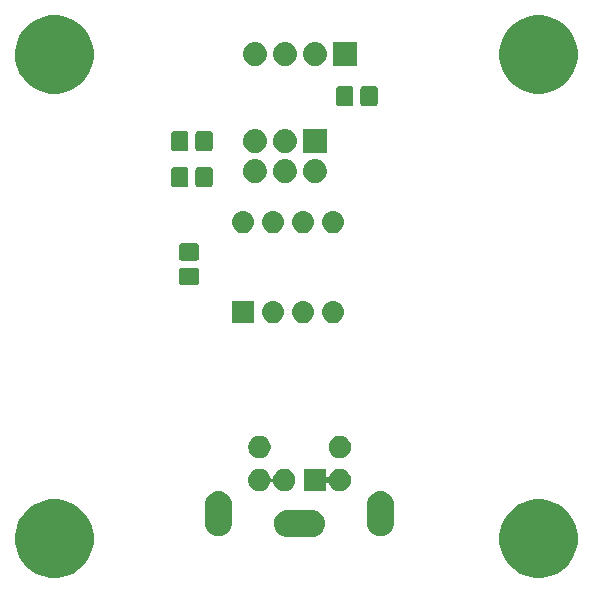
<source format=gbr>
G04 #@! TF.GenerationSoftware,KiCad,Pcbnew,(5.0.2)-1*
G04 #@! TF.CreationDate,2019-11-21T16:03:45-05:00*
G04 #@! TF.ProjectId,TinyPS2,54696e79-5053-4322-9e6b-696361645f70,X1*
G04 #@! TF.SameCoordinates,Original*
G04 #@! TF.FileFunction,Soldermask,Top*
G04 #@! TF.FilePolarity,Negative*
%FSLAX46Y46*%
G04 Gerber Fmt 4.6, Leading zero omitted, Abs format (unit mm)*
G04 Created by KiCad (PCBNEW (5.0.2)-1) date 11/21/2019 4:03:45 PM*
%MOMM*%
%LPD*%
G01*
G04 APERTURE LIST*
%ADD10C,0.150000*%
G04 APERTURE END LIST*
D10*
G36*
X55970564Y-51800469D02*
X55970566Y-51800470D01*
X55970567Y-51800470D01*
X56576115Y-52051296D01*
X56621164Y-52081397D01*
X57121097Y-52415442D01*
X57584558Y-52878903D01*
X57584560Y-52878906D01*
X57948704Y-53423885D01*
X58151677Y-53913906D01*
X58199531Y-54029436D01*
X58323132Y-54650821D01*
X58327400Y-54672280D01*
X58327400Y-55327720D01*
X58199530Y-55970567D01*
X57948704Y-56576115D01*
X57948703Y-56576116D01*
X57584558Y-57121097D01*
X57121097Y-57584558D01*
X57121094Y-57584560D01*
X56576115Y-57948704D01*
X55970567Y-58199530D01*
X55970566Y-58199530D01*
X55970564Y-58199531D01*
X55327722Y-58327400D01*
X54672278Y-58327400D01*
X54029436Y-58199531D01*
X54029434Y-58199530D01*
X54029433Y-58199530D01*
X53423885Y-57948704D01*
X52878906Y-57584560D01*
X52878903Y-57584558D01*
X52415442Y-57121097D01*
X52051297Y-56576116D01*
X52051296Y-56576115D01*
X51800470Y-55970567D01*
X51672600Y-55327720D01*
X51672600Y-54672280D01*
X51676868Y-54650821D01*
X51800469Y-54029436D01*
X51848323Y-53913906D01*
X52051296Y-53423885D01*
X52415440Y-52878906D01*
X52415442Y-52878903D01*
X52878903Y-52415442D01*
X53378836Y-52081397D01*
X53423885Y-52051296D01*
X54029433Y-51800470D01*
X54029434Y-51800470D01*
X54029436Y-51800469D01*
X54672278Y-51672600D01*
X55327722Y-51672600D01*
X55970564Y-51800469D01*
X55970564Y-51800469D01*
G37*
G36*
X14970564Y-51800469D02*
X14970566Y-51800470D01*
X14970567Y-51800470D01*
X15576115Y-52051296D01*
X15621164Y-52081397D01*
X16121097Y-52415442D01*
X16584558Y-52878903D01*
X16584560Y-52878906D01*
X16948704Y-53423885D01*
X17151677Y-53913906D01*
X17199531Y-54029436D01*
X17323132Y-54650821D01*
X17327400Y-54672280D01*
X17327400Y-55327720D01*
X17199530Y-55970567D01*
X16948704Y-56576115D01*
X16948703Y-56576116D01*
X16584558Y-57121097D01*
X16121097Y-57584558D01*
X16121094Y-57584560D01*
X15576115Y-57948704D01*
X14970567Y-58199530D01*
X14970566Y-58199530D01*
X14970564Y-58199531D01*
X14327722Y-58327400D01*
X13672278Y-58327400D01*
X13029436Y-58199531D01*
X13029434Y-58199530D01*
X13029433Y-58199530D01*
X12423885Y-57948704D01*
X11878906Y-57584560D01*
X11878903Y-57584558D01*
X11415442Y-57121097D01*
X11051297Y-56576116D01*
X11051296Y-56576115D01*
X10800470Y-55970567D01*
X10672600Y-55327720D01*
X10672600Y-54672280D01*
X10676868Y-54650821D01*
X10800469Y-54029436D01*
X10848323Y-53913906D01*
X11051296Y-53423885D01*
X11415440Y-52878906D01*
X11415442Y-52878903D01*
X11878903Y-52415442D01*
X12378836Y-52081397D01*
X12423885Y-52051296D01*
X13029433Y-51800470D01*
X13029434Y-51800470D01*
X13029436Y-51800469D01*
X13672278Y-51672600D01*
X14327722Y-51672600D01*
X14970564Y-51800469D01*
X14970564Y-51800469D01*
G37*
G36*
X35881039Y-52541158D02*
X35993910Y-52552275D01*
X36211138Y-52618171D01*
X36211140Y-52618172D01*
X36211143Y-52618173D01*
X36411337Y-52725178D01*
X36586812Y-52869188D01*
X36730822Y-53044663D01*
X36837827Y-53244857D01*
X36837828Y-53244860D01*
X36837829Y-53244862D01*
X36903725Y-53462090D01*
X36925975Y-53688000D01*
X36903725Y-53913910D01*
X36837829Y-54131138D01*
X36837827Y-54131143D01*
X36730822Y-54331337D01*
X36586812Y-54506812D01*
X36411337Y-54650822D01*
X36211143Y-54757827D01*
X36211140Y-54757828D01*
X36211138Y-54757829D01*
X35993910Y-54823725D01*
X35881039Y-54834842D01*
X35824606Y-54840400D01*
X33711394Y-54840400D01*
X33654961Y-54834842D01*
X33542090Y-54823725D01*
X33324862Y-54757829D01*
X33324860Y-54757828D01*
X33324857Y-54757827D01*
X33124663Y-54650822D01*
X32949188Y-54506812D01*
X32805178Y-54331337D01*
X32698173Y-54131143D01*
X32698171Y-54131138D01*
X32632275Y-53913910D01*
X32610025Y-53688000D01*
X32632275Y-53462090D01*
X32698171Y-53244862D01*
X32698172Y-53244860D01*
X32698173Y-53244857D01*
X32805178Y-53044663D01*
X32949188Y-52869188D01*
X33124663Y-52725178D01*
X33324857Y-52618173D01*
X33324860Y-52618172D01*
X33324862Y-52618171D01*
X33542090Y-52552275D01*
X33654961Y-52541158D01*
X33711394Y-52535600D01*
X35824606Y-52535600D01*
X35881039Y-52541158D01*
X35881039Y-52541158D01*
G37*
G36*
X41843909Y-51002275D02*
X42061137Y-51068171D01*
X42061139Y-51068172D01*
X42061142Y-51068173D01*
X42261336Y-51175178D01*
X42436812Y-51319188D01*
X42580822Y-51494663D01*
X42687827Y-51694857D01*
X42687827Y-51694858D01*
X42687829Y-51694862D01*
X42753725Y-51912090D01*
X42753725Y-51912094D01*
X42767436Y-52051296D01*
X42770400Y-52081396D01*
X42770400Y-53694604D01*
X42753725Y-53863910D01*
X42687829Y-54081138D01*
X42687827Y-54081143D01*
X42580822Y-54281337D01*
X42436812Y-54456812D01*
X42261337Y-54600822D01*
X42061143Y-54707827D01*
X42061140Y-54707828D01*
X42061138Y-54707829D01*
X41843910Y-54773725D01*
X41618000Y-54795975D01*
X41392091Y-54773725D01*
X41174863Y-54707829D01*
X41174861Y-54707828D01*
X41174858Y-54707827D01*
X40974664Y-54600822D01*
X40799189Y-54456812D01*
X40655179Y-54281337D01*
X40548171Y-54081138D01*
X40482275Y-53863911D01*
X40465600Y-53694606D01*
X40465600Y-52081395D01*
X40482275Y-51912095D01*
X40482275Y-51912091D01*
X40548171Y-51694863D01*
X40548172Y-51694861D01*
X40548173Y-51694858D01*
X40655178Y-51494664D01*
X40799188Y-51319188D01*
X40974663Y-51175178D01*
X41174857Y-51068173D01*
X41174860Y-51068172D01*
X41174862Y-51068171D01*
X41392090Y-51002275D01*
X41618000Y-50980025D01*
X41843909Y-51002275D01*
X41843909Y-51002275D01*
G37*
G36*
X28143909Y-51002275D02*
X28361137Y-51068171D01*
X28361139Y-51068172D01*
X28361142Y-51068173D01*
X28561336Y-51175178D01*
X28736812Y-51319188D01*
X28880822Y-51494663D01*
X28987827Y-51694857D01*
X28987827Y-51694858D01*
X28987829Y-51694862D01*
X29053725Y-51912090D01*
X29053725Y-51912094D01*
X29067436Y-52051296D01*
X29070400Y-52081396D01*
X29070400Y-53694604D01*
X29053725Y-53863910D01*
X28987829Y-54081138D01*
X28987827Y-54081143D01*
X28880822Y-54281337D01*
X28736812Y-54456812D01*
X28561337Y-54600822D01*
X28361143Y-54707827D01*
X28361140Y-54707828D01*
X28361138Y-54707829D01*
X28143910Y-54773725D01*
X27918000Y-54795975D01*
X27692091Y-54773725D01*
X27474863Y-54707829D01*
X27474861Y-54707828D01*
X27474858Y-54707827D01*
X27274664Y-54600822D01*
X27099189Y-54456812D01*
X26955179Y-54281337D01*
X26848171Y-54081138D01*
X26782275Y-53863911D01*
X26765600Y-53694606D01*
X26765600Y-52081395D01*
X26782275Y-51912095D01*
X26782275Y-51912091D01*
X26848171Y-51694863D01*
X26848172Y-51694861D01*
X26848173Y-51694858D01*
X26955178Y-51494664D01*
X27099188Y-51319188D01*
X27274663Y-51175178D01*
X27474857Y-51068173D01*
X27474860Y-51068172D01*
X27474862Y-51068171D01*
X27692090Y-51002275D01*
X27918000Y-50980025D01*
X28143909Y-51002275D01*
X28143909Y-51002275D01*
G37*
G36*
X37020400Y-49691393D02*
X37022802Y-49715779D01*
X37029915Y-49739228D01*
X37041466Y-49760839D01*
X37057012Y-49779781D01*
X37075954Y-49795327D01*
X37097565Y-49806878D01*
X37121014Y-49813991D01*
X37145400Y-49816393D01*
X37169786Y-49813991D01*
X37193235Y-49806878D01*
X37214846Y-49795327D01*
X37233788Y-49779781D01*
X37249334Y-49760839D01*
X37260883Y-49739234D01*
X37323994Y-49586870D01*
X37428223Y-49430881D01*
X37428225Y-49430878D01*
X37560878Y-49298225D01*
X37716869Y-49193995D01*
X37716870Y-49193994D01*
X37890195Y-49122200D01*
X38000596Y-49100240D01*
X38074195Y-49085600D01*
X38261805Y-49085600D01*
X38335404Y-49100240D01*
X38445805Y-49122200D01*
X38619130Y-49193994D01*
X38619131Y-49193995D01*
X38775122Y-49298225D01*
X38907775Y-49430878D01*
X38907777Y-49430881D01*
X39012006Y-49586870D01*
X39083800Y-49760195D01*
X39094978Y-49816393D01*
X39120400Y-49944195D01*
X39120400Y-50131805D01*
X39114938Y-50159265D01*
X39083800Y-50315805D01*
X39012006Y-50489130D01*
X39012005Y-50489131D01*
X38907775Y-50645122D01*
X38775122Y-50777775D01*
X38775119Y-50777777D01*
X38619130Y-50882006D01*
X38445805Y-50953800D01*
X38335404Y-50975760D01*
X38261805Y-50990400D01*
X38074195Y-50990400D01*
X38000596Y-50975760D01*
X37890195Y-50953800D01*
X37716870Y-50882006D01*
X37560881Y-50777777D01*
X37560878Y-50777775D01*
X37428225Y-50645122D01*
X37323995Y-50489131D01*
X37323994Y-50489130D01*
X37260883Y-50336766D01*
X37249333Y-50315160D01*
X37233788Y-50296218D01*
X37214846Y-50280673D01*
X37193235Y-50269122D01*
X37169786Y-50262009D01*
X37145400Y-50259607D01*
X37121013Y-50262009D01*
X37097564Y-50269122D01*
X37075953Y-50280674D01*
X37057011Y-50296219D01*
X37041466Y-50315161D01*
X37029915Y-50336772D01*
X37022802Y-50360221D01*
X37020400Y-50384607D01*
X37020400Y-50990400D01*
X35115600Y-50990400D01*
X35115600Y-49085600D01*
X37020400Y-49085600D01*
X37020400Y-49691393D01*
X37020400Y-49691393D01*
G37*
G36*
X31535404Y-49100240D02*
X31645805Y-49122200D01*
X31819130Y-49193994D01*
X31819131Y-49193995D01*
X31975122Y-49298225D01*
X32107775Y-49430878D01*
X32107777Y-49430881D01*
X32212006Y-49586870D01*
X32283800Y-49760195D01*
X32294978Y-49816393D01*
X32295402Y-49818523D01*
X32302515Y-49841972D01*
X32314066Y-49863583D01*
X32329612Y-49882525D01*
X32348554Y-49898071D01*
X32370165Y-49909622D01*
X32393614Y-49916735D01*
X32418000Y-49919137D01*
X32442386Y-49916735D01*
X32465835Y-49909622D01*
X32487446Y-49898071D01*
X32506388Y-49882525D01*
X32521934Y-49863583D01*
X32533485Y-49841972D01*
X32540598Y-49818523D01*
X32541022Y-49816393D01*
X32552200Y-49760195D01*
X32623994Y-49586870D01*
X32728223Y-49430881D01*
X32728225Y-49430878D01*
X32860878Y-49298225D01*
X33016869Y-49193995D01*
X33016870Y-49193994D01*
X33190195Y-49122200D01*
X33300596Y-49100240D01*
X33374195Y-49085600D01*
X33561805Y-49085600D01*
X33635404Y-49100240D01*
X33745805Y-49122200D01*
X33919130Y-49193994D01*
X33919131Y-49193995D01*
X34075122Y-49298225D01*
X34207775Y-49430878D01*
X34207777Y-49430881D01*
X34312006Y-49586870D01*
X34383800Y-49760195D01*
X34394978Y-49816393D01*
X34420400Y-49944195D01*
X34420400Y-50131805D01*
X34414938Y-50159265D01*
X34383800Y-50315805D01*
X34312006Y-50489130D01*
X34312005Y-50489131D01*
X34207775Y-50645122D01*
X34075122Y-50777775D01*
X34075119Y-50777777D01*
X33919130Y-50882006D01*
X33745805Y-50953800D01*
X33635404Y-50975760D01*
X33561805Y-50990400D01*
X33374195Y-50990400D01*
X33300596Y-50975760D01*
X33190195Y-50953800D01*
X33016870Y-50882006D01*
X32860881Y-50777777D01*
X32860878Y-50777775D01*
X32728225Y-50645122D01*
X32623995Y-50489131D01*
X32623994Y-50489130D01*
X32552200Y-50315805D01*
X32540598Y-50257476D01*
X32533485Y-50234028D01*
X32521934Y-50212417D01*
X32506388Y-50193475D01*
X32487446Y-50177929D01*
X32465835Y-50166378D01*
X32442386Y-50159265D01*
X32418000Y-50156863D01*
X32393614Y-50159265D01*
X32370165Y-50166378D01*
X32348554Y-50177929D01*
X32329612Y-50193475D01*
X32314066Y-50212417D01*
X32302515Y-50234028D01*
X32295402Y-50257476D01*
X32283800Y-50315805D01*
X32212006Y-50489130D01*
X32212005Y-50489131D01*
X32107775Y-50645122D01*
X31975122Y-50777775D01*
X31975119Y-50777777D01*
X31819130Y-50882006D01*
X31645805Y-50953800D01*
X31535404Y-50975760D01*
X31461805Y-50990400D01*
X31274195Y-50990400D01*
X31200596Y-50975760D01*
X31090195Y-50953800D01*
X30916870Y-50882006D01*
X30760881Y-50777777D01*
X30760878Y-50777775D01*
X30628225Y-50645122D01*
X30523995Y-50489131D01*
X30523994Y-50489130D01*
X30452200Y-50315805D01*
X30421062Y-50159265D01*
X30415600Y-50131805D01*
X30415600Y-49944195D01*
X30441022Y-49816393D01*
X30452200Y-49760195D01*
X30523994Y-49586870D01*
X30628223Y-49430881D01*
X30628225Y-49430878D01*
X30760878Y-49298225D01*
X30916869Y-49193995D01*
X30916870Y-49193994D01*
X31090195Y-49122200D01*
X31200596Y-49100240D01*
X31274195Y-49085600D01*
X31461805Y-49085600D01*
X31535404Y-49100240D01*
X31535404Y-49100240D01*
G37*
G36*
X31535404Y-46300240D02*
X31645805Y-46322200D01*
X31819130Y-46393994D01*
X31819131Y-46393995D01*
X31975122Y-46498225D01*
X32107775Y-46630878D01*
X32107777Y-46630881D01*
X32212006Y-46786870D01*
X32283800Y-46960195D01*
X32320400Y-47144197D01*
X32320400Y-47331803D01*
X32283800Y-47515805D01*
X32212006Y-47689130D01*
X32212005Y-47689131D01*
X32107775Y-47845122D01*
X31975122Y-47977775D01*
X31975119Y-47977777D01*
X31819130Y-48082006D01*
X31645805Y-48153800D01*
X31535404Y-48175760D01*
X31461805Y-48190400D01*
X31274195Y-48190400D01*
X31200596Y-48175760D01*
X31090195Y-48153800D01*
X30916870Y-48082006D01*
X30760881Y-47977777D01*
X30760878Y-47977775D01*
X30628225Y-47845122D01*
X30523995Y-47689131D01*
X30523994Y-47689130D01*
X30452200Y-47515805D01*
X30415600Y-47331803D01*
X30415600Y-47144197D01*
X30452200Y-46960195D01*
X30523994Y-46786870D01*
X30628223Y-46630881D01*
X30628225Y-46630878D01*
X30760878Y-46498225D01*
X30916869Y-46393995D01*
X30916870Y-46393994D01*
X31090195Y-46322200D01*
X31200596Y-46300240D01*
X31274195Y-46285600D01*
X31461805Y-46285600D01*
X31535404Y-46300240D01*
X31535404Y-46300240D01*
G37*
G36*
X38335404Y-46300240D02*
X38445805Y-46322200D01*
X38619130Y-46393994D01*
X38619131Y-46393995D01*
X38775122Y-46498225D01*
X38907775Y-46630878D01*
X38907777Y-46630881D01*
X39012006Y-46786870D01*
X39083800Y-46960195D01*
X39120400Y-47144197D01*
X39120400Y-47331803D01*
X39083800Y-47515805D01*
X39012006Y-47689130D01*
X39012005Y-47689131D01*
X38907775Y-47845122D01*
X38775122Y-47977775D01*
X38775119Y-47977777D01*
X38619130Y-48082006D01*
X38445805Y-48153800D01*
X38335404Y-48175760D01*
X38261805Y-48190400D01*
X38074195Y-48190400D01*
X38000596Y-48175760D01*
X37890195Y-48153800D01*
X37716870Y-48082006D01*
X37560881Y-47977777D01*
X37560878Y-47977775D01*
X37428225Y-47845122D01*
X37323995Y-47689131D01*
X37323994Y-47689130D01*
X37252200Y-47515805D01*
X37215600Y-47331803D01*
X37215600Y-47144197D01*
X37252200Y-46960195D01*
X37323994Y-46786870D01*
X37428223Y-46630881D01*
X37428225Y-46630878D01*
X37560878Y-46498225D01*
X37716869Y-46393995D01*
X37716870Y-46393994D01*
X37890195Y-46322200D01*
X38000596Y-46300240D01*
X38074195Y-46285600D01*
X38261805Y-46285600D01*
X38335404Y-46300240D01*
X38335404Y-46300240D01*
G37*
G36*
X37778699Y-34875380D02*
X37778702Y-34875381D01*
X37778703Y-34875381D01*
X37958231Y-34929840D01*
X37958233Y-34929841D01*
X37958236Y-34929842D01*
X38123686Y-35018276D01*
X38268707Y-35137293D01*
X38387724Y-35282314D01*
X38476158Y-35447764D01*
X38530620Y-35627301D01*
X38549008Y-35814000D01*
X38530620Y-36000699D01*
X38476158Y-36180236D01*
X38387724Y-36345686D01*
X38268707Y-36490707D01*
X38123686Y-36609724D01*
X37958236Y-36698158D01*
X37958233Y-36698159D01*
X37958231Y-36698160D01*
X37778703Y-36752619D01*
X37778702Y-36752619D01*
X37778699Y-36752620D01*
X37638789Y-36766400D01*
X37545211Y-36766400D01*
X37405301Y-36752620D01*
X37405298Y-36752619D01*
X37405297Y-36752619D01*
X37225769Y-36698160D01*
X37225767Y-36698159D01*
X37225764Y-36698158D01*
X37060314Y-36609724D01*
X36915293Y-36490707D01*
X36796276Y-36345686D01*
X36707842Y-36180236D01*
X36653380Y-36000699D01*
X36634992Y-35814000D01*
X36653380Y-35627301D01*
X36707842Y-35447764D01*
X36796276Y-35282314D01*
X36915293Y-35137293D01*
X37060314Y-35018276D01*
X37225764Y-34929842D01*
X37225767Y-34929841D01*
X37225769Y-34929840D01*
X37405297Y-34875381D01*
X37405298Y-34875381D01*
X37405301Y-34875380D01*
X37545211Y-34861600D01*
X37638789Y-34861600D01*
X37778699Y-34875380D01*
X37778699Y-34875380D01*
G37*
G36*
X30924400Y-36766400D02*
X29019600Y-36766400D01*
X29019600Y-34861600D01*
X30924400Y-34861600D01*
X30924400Y-36766400D01*
X30924400Y-36766400D01*
G37*
G36*
X32698699Y-34875380D02*
X32698702Y-34875381D01*
X32698703Y-34875381D01*
X32878231Y-34929840D01*
X32878233Y-34929841D01*
X32878236Y-34929842D01*
X33043686Y-35018276D01*
X33188707Y-35137293D01*
X33307724Y-35282314D01*
X33396158Y-35447764D01*
X33450620Y-35627301D01*
X33469008Y-35814000D01*
X33450620Y-36000699D01*
X33396158Y-36180236D01*
X33307724Y-36345686D01*
X33188707Y-36490707D01*
X33043686Y-36609724D01*
X32878236Y-36698158D01*
X32878233Y-36698159D01*
X32878231Y-36698160D01*
X32698703Y-36752619D01*
X32698702Y-36752619D01*
X32698699Y-36752620D01*
X32558789Y-36766400D01*
X32465211Y-36766400D01*
X32325301Y-36752620D01*
X32325298Y-36752619D01*
X32325297Y-36752619D01*
X32145769Y-36698160D01*
X32145767Y-36698159D01*
X32145764Y-36698158D01*
X31980314Y-36609724D01*
X31835293Y-36490707D01*
X31716276Y-36345686D01*
X31627842Y-36180236D01*
X31573380Y-36000699D01*
X31554992Y-35814000D01*
X31573380Y-35627301D01*
X31627842Y-35447764D01*
X31716276Y-35282314D01*
X31835293Y-35137293D01*
X31980314Y-35018276D01*
X32145764Y-34929842D01*
X32145767Y-34929841D01*
X32145769Y-34929840D01*
X32325297Y-34875381D01*
X32325298Y-34875381D01*
X32325301Y-34875380D01*
X32465211Y-34861600D01*
X32558789Y-34861600D01*
X32698699Y-34875380D01*
X32698699Y-34875380D01*
G37*
G36*
X35238699Y-34875380D02*
X35238702Y-34875381D01*
X35238703Y-34875381D01*
X35418231Y-34929840D01*
X35418233Y-34929841D01*
X35418236Y-34929842D01*
X35583686Y-35018276D01*
X35728707Y-35137293D01*
X35847724Y-35282314D01*
X35936158Y-35447764D01*
X35990620Y-35627301D01*
X36009008Y-35814000D01*
X35990620Y-36000699D01*
X35936158Y-36180236D01*
X35847724Y-36345686D01*
X35728707Y-36490707D01*
X35583686Y-36609724D01*
X35418236Y-36698158D01*
X35418233Y-36698159D01*
X35418231Y-36698160D01*
X35238703Y-36752619D01*
X35238702Y-36752619D01*
X35238699Y-36752620D01*
X35098789Y-36766400D01*
X35005211Y-36766400D01*
X34865301Y-36752620D01*
X34865298Y-36752619D01*
X34865297Y-36752619D01*
X34685769Y-36698160D01*
X34685767Y-36698159D01*
X34685764Y-36698158D01*
X34520314Y-36609724D01*
X34375293Y-36490707D01*
X34256276Y-36345686D01*
X34167842Y-36180236D01*
X34113380Y-36000699D01*
X34094992Y-35814000D01*
X34113380Y-35627301D01*
X34167842Y-35447764D01*
X34256276Y-35282314D01*
X34375293Y-35137293D01*
X34520314Y-35018276D01*
X34685764Y-34929842D01*
X34685767Y-34929841D01*
X34685769Y-34929840D01*
X34865297Y-34875381D01*
X34865298Y-34875381D01*
X34865301Y-34875380D01*
X35005211Y-34861600D01*
X35098789Y-34861600D01*
X35238699Y-34875380D01*
X35238699Y-34875380D01*
G37*
G36*
X26054591Y-32052912D02*
X26100549Y-32066854D01*
X26142907Y-32089495D01*
X26180035Y-32119965D01*
X26210505Y-32157093D01*
X26233146Y-32199451D01*
X26247088Y-32245409D01*
X26252400Y-32299348D01*
X26252400Y-33250652D01*
X26247088Y-33304591D01*
X26233146Y-33350549D01*
X26210505Y-33392907D01*
X26180035Y-33430035D01*
X26142907Y-33460505D01*
X26100549Y-33483146D01*
X26054591Y-33497088D01*
X26000652Y-33502400D01*
X24799348Y-33502400D01*
X24745409Y-33497088D01*
X24699451Y-33483146D01*
X24657093Y-33460505D01*
X24619965Y-33430035D01*
X24589495Y-33392907D01*
X24566854Y-33350549D01*
X24552912Y-33304591D01*
X24547600Y-33250652D01*
X24547600Y-32299348D01*
X24552912Y-32245409D01*
X24566854Y-32199451D01*
X24589495Y-32157093D01*
X24619965Y-32119965D01*
X24657093Y-32089495D01*
X24699451Y-32066854D01*
X24745409Y-32052912D01*
X24799348Y-32047600D01*
X26000652Y-32047600D01*
X26054591Y-32052912D01*
X26054591Y-32052912D01*
G37*
G36*
X26054591Y-30002912D02*
X26100549Y-30016854D01*
X26142907Y-30039495D01*
X26180035Y-30069965D01*
X26210505Y-30107093D01*
X26233146Y-30149451D01*
X26247088Y-30195409D01*
X26252400Y-30249348D01*
X26252400Y-31200652D01*
X26247088Y-31254591D01*
X26233146Y-31300549D01*
X26210505Y-31342907D01*
X26180035Y-31380035D01*
X26142907Y-31410505D01*
X26100549Y-31433146D01*
X26054591Y-31447088D01*
X26000652Y-31452400D01*
X24799348Y-31452400D01*
X24745409Y-31447088D01*
X24699451Y-31433146D01*
X24657093Y-31410505D01*
X24619965Y-31380035D01*
X24589495Y-31342907D01*
X24566854Y-31300549D01*
X24552912Y-31254591D01*
X24547600Y-31200652D01*
X24547600Y-30249348D01*
X24552912Y-30195409D01*
X24566854Y-30149451D01*
X24589495Y-30107093D01*
X24619965Y-30069965D01*
X24657093Y-30039495D01*
X24699451Y-30016854D01*
X24745409Y-30002912D01*
X24799348Y-29997600D01*
X26000652Y-29997600D01*
X26054591Y-30002912D01*
X26054591Y-30002912D01*
G37*
G36*
X30158699Y-27255380D02*
X30158702Y-27255381D01*
X30158703Y-27255381D01*
X30338231Y-27309840D01*
X30338233Y-27309841D01*
X30338236Y-27309842D01*
X30503686Y-27398276D01*
X30648707Y-27517293D01*
X30767724Y-27662314D01*
X30856158Y-27827764D01*
X30910620Y-28007301D01*
X30929008Y-28194000D01*
X30910620Y-28380699D01*
X30856158Y-28560236D01*
X30767724Y-28725686D01*
X30648707Y-28870707D01*
X30503686Y-28989724D01*
X30338236Y-29078158D01*
X30338233Y-29078159D01*
X30338231Y-29078160D01*
X30158703Y-29132619D01*
X30158702Y-29132619D01*
X30158699Y-29132620D01*
X30018789Y-29146400D01*
X29925211Y-29146400D01*
X29785301Y-29132620D01*
X29785298Y-29132619D01*
X29785297Y-29132619D01*
X29605769Y-29078160D01*
X29605767Y-29078159D01*
X29605764Y-29078158D01*
X29440314Y-28989724D01*
X29295293Y-28870707D01*
X29176276Y-28725686D01*
X29087842Y-28560236D01*
X29033380Y-28380699D01*
X29014992Y-28194000D01*
X29033380Y-28007301D01*
X29087842Y-27827764D01*
X29176276Y-27662314D01*
X29295293Y-27517293D01*
X29440314Y-27398276D01*
X29605764Y-27309842D01*
X29605767Y-27309841D01*
X29605769Y-27309840D01*
X29785297Y-27255381D01*
X29785298Y-27255381D01*
X29785301Y-27255380D01*
X29925211Y-27241600D01*
X30018789Y-27241600D01*
X30158699Y-27255380D01*
X30158699Y-27255380D01*
G37*
G36*
X35238699Y-27255380D02*
X35238702Y-27255381D01*
X35238703Y-27255381D01*
X35418231Y-27309840D01*
X35418233Y-27309841D01*
X35418236Y-27309842D01*
X35583686Y-27398276D01*
X35728707Y-27517293D01*
X35847724Y-27662314D01*
X35936158Y-27827764D01*
X35990620Y-28007301D01*
X36009008Y-28194000D01*
X35990620Y-28380699D01*
X35936158Y-28560236D01*
X35847724Y-28725686D01*
X35728707Y-28870707D01*
X35583686Y-28989724D01*
X35418236Y-29078158D01*
X35418233Y-29078159D01*
X35418231Y-29078160D01*
X35238703Y-29132619D01*
X35238702Y-29132619D01*
X35238699Y-29132620D01*
X35098789Y-29146400D01*
X35005211Y-29146400D01*
X34865301Y-29132620D01*
X34865298Y-29132619D01*
X34865297Y-29132619D01*
X34685769Y-29078160D01*
X34685767Y-29078159D01*
X34685764Y-29078158D01*
X34520314Y-28989724D01*
X34375293Y-28870707D01*
X34256276Y-28725686D01*
X34167842Y-28560236D01*
X34113380Y-28380699D01*
X34094992Y-28194000D01*
X34113380Y-28007301D01*
X34167842Y-27827764D01*
X34256276Y-27662314D01*
X34375293Y-27517293D01*
X34520314Y-27398276D01*
X34685764Y-27309842D01*
X34685767Y-27309841D01*
X34685769Y-27309840D01*
X34865297Y-27255381D01*
X34865298Y-27255381D01*
X34865301Y-27255380D01*
X35005211Y-27241600D01*
X35098789Y-27241600D01*
X35238699Y-27255380D01*
X35238699Y-27255380D01*
G37*
G36*
X37778699Y-27255380D02*
X37778702Y-27255381D01*
X37778703Y-27255381D01*
X37958231Y-27309840D01*
X37958233Y-27309841D01*
X37958236Y-27309842D01*
X38123686Y-27398276D01*
X38268707Y-27517293D01*
X38387724Y-27662314D01*
X38476158Y-27827764D01*
X38530620Y-28007301D01*
X38549008Y-28194000D01*
X38530620Y-28380699D01*
X38476158Y-28560236D01*
X38387724Y-28725686D01*
X38268707Y-28870707D01*
X38123686Y-28989724D01*
X37958236Y-29078158D01*
X37958233Y-29078159D01*
X37958231Y-29078160D01*
X37778703Y-29132619D01*
X37778702Y-29132619D01*
X37778699Y-29132620D01*
X37638789Y-29146400D01*
X37545211Y-29146400D01*
X37405301Y-29132620D01*
X37405298Y-29132619D01*
X37405297Y-29132619D01*
X37225769Y-29078160D01*
X37225767Y-29078159D01*
X37225764Y-29078158D01*
X37060314Y-28989724D01*
X36915293Y-28870707D01*
X36796276Y-28725686D01*
X36707842Y-28560236D01*
X36653380Y-28380699D01*
X36634992Y-28194000D01*
X36653380Y-28007301D01*
X36707842Y-27827764D01*
X36796276Y-27662314D01*
X36915293Y-27517293D01*
X37060314Y-27398276D01*
X37225764Y-27309842D01*
X37225767Y-27309841D01*
X37225769Y-27309840D01*
X37405297Y-27255381D01*
X37405298Y-27255381D01*
X37405301Y-27255380D01*
X37545211Y-27241600D01*
X37638789Y-27241600D01*
X37778699Y-27255380D01*
X37778699Y-27255380D01*
G37*
G36*
X32698699Y-27255380D02*
X32698702Y-27255381D01*
X32698703Y-27255381D01*
X32878231Y-27309840D01*
X32878233Y-27309841D01*
X32878236Y-27309842D01*
X33043686Y-27398276D01*
X33188707Y-27517293D01*
X33307724Y-27662314D01*
X33396158Y-27827764D01*
X33450620Y-28007301D01*
X33469008Y-28194000D01*
X33450620Y-28380699D01*
X33396158Y-28560236D01*
X33307724Y-28725686D01*
X33188707Y-28870707D01*
X33043686Y-28989724D01*
X32878236Y-29078158D01*
X32878233Y-29078159D01*
X32878231Y-29078160D01*
X32698703Y-29132619D01*
X32698702Y-29132619D01*
X32698699Y-29132620D01*
X32558789Y-29146400D01*
X32465211Y-29146400D01*
X32325301Y-29132620D01*
X32325298Y-29132619D01*
X32325297Y-29132619D01*
X32145769Y-29078160D01*
X32145767Y-29078159D01*
X32145764Y-29078158D01*
X31980314Y-28989724D01*
X31835293Y-28870707D01*
X31716276Y-28725686D01*
X31627842Y-28560236D01*
X31573380Y-28380699D01*
X31554992Y-28194000D01*
X31573380Y-28007301D01*
X31627842Y-27827764D01*
X31716276Y-27662314D01*
X31835293Y-27517293D01*
X31980314Y-27398276D01*
X32145764Y-27309842D01*
X32145767Y-27309841D01*
X32145769Y-27309840D01*
X32325297Y-27255381D01*
X32325298Y-27255381D01*
X32325301Y-27255380D01*
X32465211Y-27241600D01*
X32558789Y-27241600D01*
X32698699Y-27255380D01*
X32698699Y-27255380D01*
G37*
G36*
X25158591Y-23536912D02*
X25204549Y-23550854D01*
X25246907Y-23573495D01*
X25284035Y-23603965D01*
X25314505Y-23641093D01*
X25337146Y-23683451D01*
X25351088Y-23729409D01*
X25356400Y-23783348D01*
X25356400Y-24984652D01*
X25351088Y-25038591D01*
X25337146Y-25084549D01*
X25314505Y-25126907D01*
X25284035Y-25164035D01*
X25246907Y-25194505D01*
X25204549Y-25217146D01*
X25158591Y-25231088D01*
X25104652Y-25236400D01*
X24153348Y-25236400D01*
X24099409Y-25231088D01*
X24053451Y-25217146D01*
X24011093Y-25194505D01*
X23973965Y-25164035D01*
X23943495Y-25126907D01*
X23920854Y-25084549D01*
X23906912Y-25038591D01*
X23901600Y-24984652D01*
X23901600Y-23783348D01*
X23906912Y-23729409D01*
X23920854Y-23683451D01*
X23943495Y-23641093D01*
X23973965Y-23603965D01*
X24011093Y-23573495D01*
X24053451Y-23550854D01*
X24099409Y-23536912D01*
X24153348Y-23531600D01*
X25104652Y-23531600D01*
X25158591Y-23536912D01*
X25158591Y-23536912D01*
G37*
G36*
X27208591Y-23536912D02*
X27254549Y-23550854D01*
X27296907Y-23573495D01*
X27334035Y-23603965D01*
X27364505Y-23641093D01*
X27387146Y-23683451D01*
X27401088Y-23729409D01*
X27406400Y-23783348D01*
X27406400Y-24984652D01*
X27401088Y-25038591D01*
X27387146Y-25084549D01*
X27364505Y-25126907D01*
X27334035Y-25164035D01*
X27296907Y-25194505D01*
X27254549Y-25217146D01*
X27208591Y-25231088D01*
X27154652Y-25236400D01*
X26203348Y-25236400D01*
X26149409Y-25231088D01*
X26103451Y-25217146D01*
X26061093Y-25194505D01*
X26023965Y-25164035D01*
X25993495Y-25126907D01*
X25970854Y-25084549D01*
X25956912Y-25038591D01*
X25951600Y-24984652D01*
X25951600Y-23783348D01*
X25956912Y-23729409D01*
X25970854Y-23683451D01*
X25993495Y-23641093D01*
X26023965Y-23603965D01*
X26061093Y-23573495D01*
X26103451Y-23550854D01*
X26149409Y-23536912D01*
X26203348Y-23531600D01*
X27154652Y-23531600D01*
X27208591Y-23536912D01*
X27208591Y-23536912D01*
G37*
G36*
X33724501Y-22888103D02*
X33724504Y-22888104D01*
X33724505Y-22888104D01*
X33913458Y-22945422D01*
X33913460Y-22945423D01*
X33913463Y-22945424D01*
X34087595Y-23038499D01*
X34240233Y-23163767D01*
X34365501Y-23316405D01*
X34458576Y-23490537D01*
X34458577Y-23490540D01*
X34458578Y-23490542D01*
X34504247Y-23641093D01*
X34515897Y-23679499D01*
X34535250Y-23876000D01*
X34515897Y-24072501D01*
X34458576Y-24261463D01*
X34365501Y-24435595D01*
X34240233Y-24588233D01*
X34087595Y-24713501D01*
X33913463Y-24806576D01*
X33913460Y-24806577D01*
X33913458Y-24806578D01*
X33724505Y-24863896D01*
X33724504Y-24863896D01*
X33724501Y-24863897D01*
X33577247Y-24878400D01*
X33478753Y-24878400D01*
X33331499Y-24863897D01*
X33331496Y-24863896D01*
X33331495Y-24863896D01*
X33142542Y-24806578D01*
X33142540Y-24806577D01*
X33142537Y-24806576D01*
X32968405Y-24713501D01*
X32815767Y-24588233D01*
X32690499Y-24435595D01*
X32597424Y-24261463D01*
X32540103Y-24072501D01*
X32520750Y-23876000D01*
X32540103Y-23679499D01*
X32551753Y-23641093D01*
X32597422Y-23490542D01*
X32597423Y-23490540D01*
X32597424Y-23490537D01*
X32690499Y-23316405D01*
X32815767Y-23163767D01*
X32968405Y-23038499D01*
X33142537Y-22945424D01*
X33142540Y-22945423D01*
X33142542Y-22945422D01*
X33331495Y-22888104D01*
X33331496Y-22888104D01*
X33331499Y-22888103D01*
X33478753Y-22873600D01*
X33577247Y-22873600D01*
X33724501Y-22888103D01*
X33724501Y-22888103D01*
G37*
G36*
X31184501Y-22888103D02*
X31184504Y-22888104D01*
X31184505Y-22888104D01*
X31373458Y-22945422D01*
X31373460Y-22945423D01*
X31373463Y-22945424D01*
X31547595Y-23038499D01*
X31700233Y-23163767D01*
X31825501Y-23316405D01*
X31918576Y-23490537D01*
X31918577Y-23490540D01*
X31918578Y-23490542D01*
X31964247Y-23641093D01*
X31975897Y-23679499D01*
X31995250Y-23876000D01*
X31975897Y-24072501D01*
X31918576Y-24261463D01*
X31825501Y-24435595D01*
X31700233Y-24588233D01*
X31547595Y-24713501D01*
X31373463Y-24806576D01*
X31373460Y-24806577D01*
X31373458Y-24806578D01*
X31184505Y-24863896D01*
X31184504Y-24863896D01*
X31184501Y-24863897D01*
X31037247Y-24878400D01*
X30938753Y-24878400D01*
X30791499Y-24863897D01*
X30791496Y-24863896D01*
X30791495Y-24863896D01*
X30602542Y-24806578D01*
X30602540Y-24806577D01*
X30602537Y-24806576D01*
X30428405Y-24713501D01*
X30275767Y-24588233D01*
X30150499Y-24435595D01*
X30057424Y-24261463D01*
X30000103Y-24072501D01*
X29980750Y-23876000D01*
X30000103Y-23679499D01*
X30011753Y-23641093D01*
X30057422Y-23490542D01*
X30057423Y-23490540D01*
X30057424Y-23490537D01*
X30150499Y-23316405D01*
X30275767Y-23163767D01*
X30428405Y-23038499D01*
X30602537Y-22945424D01*
X30602540Y-22945423D01*
X30602542Y-22945422D01*
X30791495Y-22888104D01*
X30791496Y-22888104D01*
X30791499Y-22888103D01*
X30938753Y-22873600D01*
X31037247Y-22873600D01*
X31184501Y-22888103D01*
X31184501Y-22888103D01*
G37*
G36*
X36264501Y-22888103D02*
X36264504Y-22888104D01*
X36264505Y-22888104D01*
X36453458Y-22945422D01*
X36453460Y-22945423D01*
X36453463Y-22945424D01*
X36627595Y-23038499D01*
X36780233Y-23163767D01*
X36905501Y-23316405D01*
X36998576Y-23490537D01*
X36998577Y-23490540D01*
X36998578Y-23490542D01*
X37044247Y-23641093D01*
X37055897Y-23679499D01*
X37075250Y-23876000D01*
X37055897Y-24072501D01*
X36998576Y-24261463D01*
X36905501Y-24435595D01*
X36780233Y-24588233D01*
X36627595Y-24713501D01*
X36453463Y-24806576D01*
X36453460Y-24806577D01*
X36453458Y-24806578D01*
X36264505Y-24863896D01*
X36264504Y-24863896D01*
X36264501Y-24863897D01*
X36117247Y-24878400D01*
X36018753Y-24878400D01*
X35871499Y-24863897D01*
X35871496Y-24863896D01*
X35871495Y-24863896D01*
X35682542Y-24806578D01*
X35682540Y-24806577D01*
X35682537Y-24806576D01*
X35508405Y-24713501D01*
X35355767Y-24588233D01*
X35230499Y-24435595D01*
X35137424Y-24261463D01*
X35080103Y-24072501D01*
X35060750Y-23876000D01*
X35080103Y-23679499D01*
X35091753Y-23641093D01*
X35137422Y-23490542D01*
X35137423Y-23490540D01*
X35137424Y-23490537D01*
X35230499Y-23316405D01*
X35355767Y-23163767D01*
X35508405Y-23038499D01*
X35682537Y-22945424D01*
X35682540Y-22945423D01*
X35682542Y-22945422D01*
X35871495Y-22888104D01*
X35871496Y-22888104D01*
X35871499Y-22888103D01*
X36018753Y-22873600D01*
X36117247Y-22873600D01*
X36264501Y-22888103D01*
X36264501Y-22888103D01*
G37*
G36*
X31184501Y-20348103D02*
X31184504Y-20348104D01*
X31184505Y-20348104D01*
X31373458Y-20405422D01*
X31373460Y-20405423D01*
X31373463Y-20405424D01*
X31547595Y-20498499D01*
X31700233Y-20623767D01*
X31825501Y-20776405D01*
X31918576Y-20950537D01*
X31975897Y-21139499D01*
X31995250Y-21336000D01*
X31975897Y-21532501D01*
X31918576Y-21721463D01*
X31825501Y-21895595D01*
X31700233Y-22048233D01*
X31547595Y-22173501D01*
X31373463Y-22266576D01*
X31373460Y-22266577D01*
X31373458Y-22266578D01*
X31184505Y-22323896D01*
X31184504Y-22323896D01*
X31184501Y-22323897D01*
X31037247Y-22338400D01*
X30938753Y-22338400D01*
X30791499Y-22323897D01*
X30791496Y-22323896D01*
X30791495Y-22323896D01*
X30602542Y-22266578D01*
X30602540Y-22266577D01*
X30602537Y-22266576D01*
X30428405Y-22173501D01*
X30275767Y-22048233D01*
X30150499Y-21895595D01*
X30057424Y-21721463D01*
X30000103Y-21532501D01*
X29980750Y-21336000D01*
X30000103Y-21139499D01*
X30057424Y-20950537D01*
X30150499Y-20776405D01*
X30275767Y-20623767D01*
X30428405Y-20498499D01*
X30602537Y-20405424D01*
X30602540Y-20405423D01*
X30602542Y-20405422D01*
X30791495Y-20348104D01*
X30791496Y-20348104D01*
X30791499Y-20348103D01*
X30938753Y-20333600D01*
X31037247Y-20333600D01*
X31184501Y-20348103D01*
X31184501Y-20348103D01*
G37*
G36*
X37070400Y-22338400D02*
X35065600Y-22338400D01*
X35065600Y-20333600D01*
X37070400Y-20333600D01*
X37070400Y-22338400D01*
X37070400Y-22338400D01*
G37*
G36*
X33724501Y-20348103D02*
X33724504Y-20348104D01*
X33724505Y-20348104D01*
X33913458Y-20405422D01*
X33913460Y-20405423D01*
X33913463Y-20405424D01*
X34087595Y-20498499D01*
X34240233Y-20623767D01*
X34365501Y-20776405D01*
X34458576Y-20950537D01*
X34515897Y-21139499D01*
X34535250Y-21336000D01*
X34515897Y-21532501D01*
X34458576Y-21721463D01*
X34365501Y-21895595D01*
X34240233Y-22048233D01*
X34087595Y-22173501D01*
X33913463Y-22266576D01*
X33913460Y-22266577D01*
X33913458Y-22266578D01*
X33724505Y-22323896D01*
X33724504Y-22323896D01*
X33724501Y-22323897D01*
X33577247Y-22338400D01*
X33478753Y-22338400D01*
X33331499Y-22323897D01*
X33331496Y-22323896D01*
X33331495Y-22323896D01*
X33142542Y-22266578D01*
X33142540Y-22266577D01*
X33142537Y-22266576D01*
X32968405Y-22173501D01*
X32815767Y-22048233D01*
X32690499Y-21895595D01*
X32597424Y-21721463D01*
X32540103Y-21532501D01*
X32520750Y-21336000D01*
X32540103Y-21139499D01*
X32597424Y-20950537D01*
X32690499Y-20776405D01*
X32815767Y-20623767D01*
X32968405Y-20498499D01*
X33142537Y-20405424D01*
X33142540Y-20405423D01*
X33142542Y-20405422D01*
X33331495Y-20348104D01*
X33331496Y-20348104D01*
X33331499Y-20348103D01*
X33478753Y-20333600D01*
X33577247Y-20333600D01*
X33724501Y-20348103D01*
X33724501Y-20348103D01*
G37*
G36*
X27208591Y-20488912D02*
X27254549Y-20502854D01*
X27296907Y-20525495D01*
X27334035Y-20555965D01*
X27364505Y-20593093D01*
X27387146Y-20635451D01*
X27401088Y-20681409D01*
X27406400Y-20735348D01*
X27406400Y-21936652D01*
X27401088Y-21990591D01*
X27387146Y-22036549D01*
X27364505Y-22078907D01*
X27334035Y-22116035D01*
X27296907Y-22146505D01*
X27254549Y-22169146D01*
X27208591Y-22183088D01*
X27154652Y-22188400D01*
X26203348Y-22188400D01*
X26149409Y-22183088D01*
X26103451Y-22169146D01*
X26061093Y-22146505D01*
X26023965Y-22116035D01*
X25993495Y-22078907D01*
X25970854Y-22036549D01*
X25956912Y-21990591D01*
X25951600Y-21936652D01*
X25951600Y-20735348D01*
X25956912Y-20681409D01*
X25970854Y-20635451D01*
X25993495Y-20593093D01*
X26023965Y-20555965D01*
X26061093Y-20525495D01*
X26103451Y-20502854D01*
X26149409Y-20488912D01*
X26203348Y-20483600D01*
X27154652Y-20483600D01*
X27208591Y-20488912D01*
X27208591Y-20488912D01*
G37*
G36*
X25158591Y-20488912D02*
X25204549Y-20502854D01*
X25246907Y-20525495D01*
X25284035Y-20555965D01*
X25314505Y-20593093D01*
X25337146Y-20635451D01*
X25351088Y-20681409D01*
X25356400Y-20735348D01*
X25356400Y-21936652D01*
X25351088Y-21990591D01*
X25337146Y-22036549D01*
X25314505Y-22078907D01*
X25284035Y-22116035D01*
X25246907Y-22146505D01*
X25204549Y-22169146D01*
X25158591Y-22183088D01*
X25104652Y-22188400D01*
X24153348Y-22188400D01*
X24099409Y-22183088D01*
X24053451Y-22169146D01*
X24011093Y-22146505D01*
X23973965Y-22116035D01*
X23943495Y-22078907D01*
X23920854Y-22036549D01*
X23906912Y-21990591D01*
X23901600Y-21936652D01*
X23901600Y-20735348D01*
X23906912Y-20681409D01*
X23920854Y-20635451D01*
X23943495Y-20593093D01*
X23973965Y-20555965D01*
X24011093Y-20525495D01*
X24053451Y-20502854D01*
X24099409Y-20488912D01*
X24153348Y-20483600D01*
X25104652Y-20483600D01*
X25158591Y-20488912D01*
X25158591Y-20488912D01*
G37*
G36*
X41178591Y-16678912D02*
X41224549Y-16692854D01*
X41266907Y-16715495D01*
X41304035Y-16745965D01*
X41334505Y-16783093D01*
X41357146Y-16825451D01*
X41371088Y-16871409D01*
X41376400Y-16925348D01*
X41376400Y-18126652D01*
X41371088Y-18180591D01*
X41357146Y-18226549D01*
X41334505Y-18268907D01*
X41304035Y-18306035D01*
X41266907Y-18336505D01*
X41224549Y-18359146D01*
X41178591Y-18373088D01*
X41124652Y-18378400D01*
X40173348Y-18378400D01*
X40119409Y-18373088D01*
X40073451Y-18359146D01*
X40031093Y-18336505D01*
X39993965Y-18306035D01*
X39963495Y-18268907D01*
X39940854Y-18226549D01*
X39926912Y-18180591D01*
X39921600Y-18126652D01*
X39921600Y-16925348D01*
X39926912Y-16871409D01*
X39940854Y-16825451D01*
X39963495Y-16783093D01*
X39993965Y-16745965D01*
X40031093Y-16715495D01*
X40073451Y-16692854D01*
X40119409Y-16678912D01*
X40173348Y-16673600D01*
X41124652Y-16673600D01*
X41178591Y-16678912D01*
X41178591Y-16678912D01*
G37*
G36*
X39128591Y-16678912D02*
X39174549Y-16692854D01*
X39216907Y-16715495D01*
X39254035Y-16745965D01*
X39284505Y-16783093D01*
X39307146Y-16825451D01*
X39321088Y-16871409D01*
X39326400Y-16925348D01*
X39326400Y-18126652D01*
X39321088Y-18180591D01*
X39307146Y-18226549D01*
X39284505Y-18268907D01*
X39254035Y-18306035D01*
X39216907Y-18336505D01*
X39174549Y-18359146D01*
X39128591Y-18373088D01*
X39074652Y-18378400D01*
X38123348Y-18378400D01*
X38069409Y-18373088D01*
X38023451Y-18359146D01*
X37981093Y-18336505D01*
X37943965Y-18306035D01*
X37913495Y-18268907D01*
X37890854Y-18226549D01*
X37876912Y-18180591D01*
X37871600Y-18126652D01*
X37871600Y-16925348D01*
X37876912Y-16871409D01*
X37890854Y-16825451D01*
X37913495Y-16783093D01*
X37943965Y-16745965D01*
X37981093Y-16715495D01*
X38023451Y-16692854D01*
X38069409Y-16678912D01*
X38123348Y-16673600D01*
X39074652Y-16673600D01*
X39128591Y-16678912D01*
X39128591Y-16678912D01*
G37*
G36*
X55970564Y-10800469D02*
X55970566Y-10800470D01*
X55970567Y-10800470D01*
X56576115Y-11051296D01*
X56576116Y-11051297D01*
X57121097Y-11415442D01*
X57584558Y-11878903D01*
X57584560Y-11878906D01*
X57948704Y-12423885D01*
X58199530Y-13029433D01*
X58199531Y-13029436D01*
X58327400Y-13672278D01*
X58327400Y-14327722D01*
X58202051Y-14957897D01*
X58199530Y-14970567D01*
X57948704Y-15576115D01*
X57948703Y-15576116D01*
X57584558Y-16121097D01*
X57121097Y-16584558D01*
X57121094Y-16584560D01*
X56576115Y-16948704D01*
X55970567Y-17199530D01*
X55970566Y-17199530D01*
X55970564Y-17199531D01*
X55327722Y-17327400D01*
X54672278Y-17327400D01*
X54029436Y-17199531D01*
X54029434Y-17199530D01*
X54029433Y-17199530D01*
X53423885Y-16948704D01*
X52878906Y-16584560D01*
X52878903Y-16584558D01*
X52415442Y-16121097D01*
X52051297Y-15576116D01*
X52051296Y-15576115D01*
X51800470Y-14970567D01*
X51797950Y-14957897D01*
X51672600Y-14327722D01*
X51672600Y-13672278D01*
X51800469Y-13029436D01*
X51800470Y-13029433D01*
X52051296Y-12423885D01*
X52415440Y-11878906D01*
X52415442Y-11878903D01*
X52878903Y-11415442D01*
X53423884Y-11051297D01*
X53423885Y-11051296D01*
X54029433Y-10800470D01*
X54029434Y-10800470D01*
X54029436Y-10800469D01*
X54672278Y-10672600D01*
X55327722Y-10672600D01*
X55970564Y-10800469D01*
X55970564Y-10800469D01*
G37*
G36*
X14970564Y-10800469D02*
X14970566Y-10800470D01*
X14970567Y-10800470D01*
X15576115Y-11051296D01*
X15576116Y-11051297D01*
X16121097Y-11415442D01*
X16584558Y-11878903D01*
X16584560Y-11878906D01*
X16948704Y-12423885D01*
X17199530Y-13029433D01*
X17199531Y-13029436D01*
X17327400Y-13672278D01*
X17327400Y-14327722D01*
X17202051Y-14957897D01*
X17199530Y-14970567D01*
X16948704Y-15576115D01*
X16948703Y-15576116D01*
X16584558Y-16121097D01*
X16121097Y-16584558D01*
X16121094Y-16584560D01*
X15576115Y-16948704D01*
X14970567Y-17199530D01*
X14970566Y-17199530D01*
X14970564Y-17199531D01*
X14327722Y-17327400D01*
X13672278Y-17327400D01*
X13029436Y-17199531D01*
X13029434Y-17199530D01*
X13029433Y-17199530D01*
X12423885Y-16948704D01*
X11878906Y-16584560D01*
X11878903Y-16584558D01*
X11415442Y-16121097D01*
X11051297Y-15576116D01*
X11051296Y-15576115D01*
X10800470Y-14970567D01*
X10797950Y-14957897D01*
X10672600Y-14327722D01*
X10672600Y-13672278D01*
X10800469Y-13029436D01*
X10800470Y-13029433D01*
X11051296Y-12423885D01*
X11415440Y-11878906D01*
X11415442Y-11878903D01*
X11878903Y-11415442D01*
X12423884Y-11051297D01*
X12423885Y-11051296D01*
X13029433Y-10800470D01*
X13029434Y-10800470D01*
X13029436Y-10800469D01*
X13672278Y-10672600D01*
X14327722Y-10672600D01*
X14970564Y-10800469D01*
X14970564Y-10800469D01*
G37*
G36*
X31184501Y-12982103D02*
X31184504Y-12982104D01*
X31184505Y-12982104D01*
X31373458Y-13039422D01*
X31373460Y-13039423D01*
X31373463Y-13039424D01*
X31547595Y-13132499D01*
X31700233Y-13257767D01*
X31825501Y-13410405D01*
X31918576Y-13584537D01*
X31975897Y-13773499D01*
X31995250Y-13970000D01*
X31975897Y-14166501D01*
X31975896Y-14166504D01*
X31975896Y-14166505D01*
X31926992Y-14327722D01*
X31918576Y-14355463D01*
X31825501Y-14529595D01*
X31700233Y-14682233D01*
X31547595Y-14807501D01*
X31373463Y-14900576D01*
X31373460Y-14900577D01*
X31373458Y-14900578D01*
X31184505Y-14957896D01*
X31184504Y-14957896D01*
X31184501Y-14957897D01*
X31037247Y-14972400D01*
X30938753Y-14972400D01*
X30791499Y-14957897D01*
X30791496Y-14957896D01*
X30791495Y-14957896D01*
X30602542Y-14900578D01*
X30602540Y-14900577D01*
X30602537Y-14900576D01*
X30428405Y-14807501D01*
X30275767Y-14682233D01*
X30150499Y-14529595D01*
X30057424Y-14355463D01*
X30049009Y-14327722D01*
X30000104Y-14166505D01*
X30000104Y-14166504D01*
X30000103Y-14166501D01*
X29980750Y-13970000D01*
X30000103Y-13773499D01*
X30057424Y-13584537D01*
X30150499Y-13410405D01*
X30275767Y-13257767D01*
X30428405Y-13132499D01*
X30602537Y-13039424D01*
X30602540Y-13039423D01*
X30602542Y-13039422D01*
X30791495Y-12982104D01*
X30791496Y-12982104D01*
X30791499Y-12982103D01*
X30938753Y-12967600D01*
X31037247Y-12967600D01*
X31184501Y-12982103D01*
X31184501Y-12982103D01*
G37*
G36*
X33724501Y-12982103D02*
X33724504Y-12982104D01*
X33724505Y-12982104D01*
X33913458Y-13039422D01*
X33913460Y-13039423D01*
X33913463Y-13039424D01*
X34087595Y-13132499D01*
X34240233Y-13257767D01*
X34365501Y-13410405D01*
X34458576Y-13584537D01*
X34515897Y-13773499D01*
X34535250Y-13970000D01*
X34515897Y-14166501D01*
X34515896Y-14166504D01*
X34515896Y-14166505D01*
X34466992Y-14327722D01*
X34458576Y-14355463D01*
X34365501Y-14529595D01*
X34240233Y-14682233D01*
X34087595Y-14807501D01*
X33913463Y-14900576D01*
X33913460Y-14900577D01*
X33913458Y-14900578D01*
X33724505Y-14957896D01*
X33724504Y-14957896D01*
X33724501Y-14957897D01*
X33577247Y-14972400D01*
X33478753Y-14972400D01*
X33331499Y-14957897D01*
X33331496Y-14957896D01*
X33331495Y-14957896D01*
X33142542Y-14900578D01*
X33142540Y-14900577D01*
X33142537Y-14900576D01*
X32968405Y-14807501D01*
X32815767Y-14682233D01*
X32690499Y-14529595D01*
X32597424Y-14355463D01*
X32589009Y-14327722D01*
X32540104Y-14166505D01*
X32540104Y-14166504D01*
X32540103Y-14166501D01*
X32520750Y-13970000D01*
X32540103Y-13773499D01*
X32597424Y-13584537D01*
X32690499Y-13410405D01*
X32815767Y-13257767D01*
X32968405Y-13132499D01*
X33142537Y-13039424D01*
X33142540Y-13039423D01*
X33142542Y-13039422D01*
X33331495Y-12982104D01*
X33331496Y-12982104D01*
X33331499Y-12982103D01*
X33478753Y-12967600D01*
X33577247Y-12967600D01*
X33724501Y-12982103D01*
X33724501Y-12982103D01*
G37*
G36*
X36264501Y-12982103D02*
X36264504Y-12982104D01*
X36264505Y-12982104D01*
X36453458Y-13039422D01*
X36453460Y-13039423D01*
X36453463Y-13039424D01*
X36627595Y-13132499D01*
X36780233Y-13257767D01*
X36905501Y-13410405D01*
X36998576Y-13584537D01*
X37055897Y-13773499D01*
X37075250Y-13970000D01*
X37055897Y-14166501D01*
X37055896Y-14166504D01*
X37055896Y-14166505D01*
X37006992Y-14327722D01*
X36998576Y-14355463D01*
X36905501Y-14529595D01*
X36780233Y-14682233D01*
X36627595Y-14807501D01*
X36453463Y-14900576D01*
X36453460Y-14900577D01*
X36453458Y-14900578D01*
X36264505Y-14957896D01*
X36264504Y-14957896D01*
X36264501Y-14957897D01*
X36117247Y-14972400D01*
X36018753Y-14972400D01*
X35871499Y-14957897D01*
X35871496Y-14957896D01*
X35871495Y-14957896D01*
X35682542Y-14900578D01*
X35682540Y-14900577D01*
X35682537Y-14900576D01*
X35508405Y-14807501D01*
X35355767Y-14682233D01*
X35230499Y-14529595D01*
X35137424Y-14355463D01*
X35129009Y-14327722D01*
X35080104Y-14166505D01*
X35080104Y-14166504D01*
X35080103Y-14166501D01*
X35060750Y-13970000D01*
X35080103Y-13773499D01*
X35137424Y-13584537D01*
X35230499Y-13410405D01*
X35355767Y-13257767D01*
X35508405Y-13132499D01*
X35682537Y-13039424D01*
X35682540Y-13039423D01*
X35682542Y-13039422D01*
X35871495Y-12982104D01*
X35871496Y-12982104D01*
X35871499Y-12982103D01*
X36018753Y-12967600D01*
X36117247Y-12967600D01*
X36264501Y-12982103D01*
X36264501Y-12982103D01*
G37*
G36*
X39610400Y-14972400D02*
X37605600Y-14972400D01*
X37605600Y-12967600D01*
X39610400Y-12967600D01*
X39610400Y-14972400D01*
X39610400Y-14972400D01*
G37*
M02*

</source>
